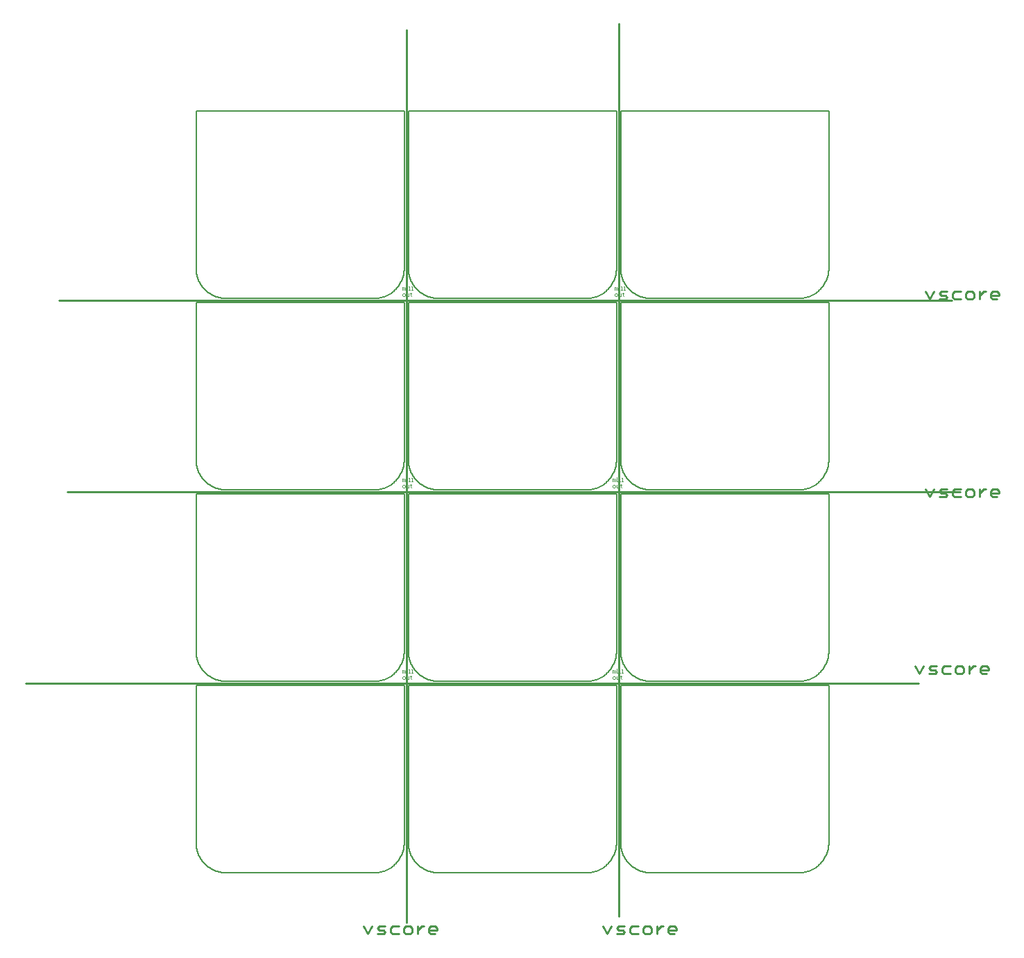
<source format=gko>
G75*
%MOIN*%
%OFA0B0*%
%FSLAX25Y25*%
%IPPOS*%
%LPD*%
%AMOC8*
5,1,8,0,0,1.08239X$1,22.5*
%
%ADD10C,0.00800*%
%ADD11C,0.01000*%
%ADD12C,0.01100*%
%ADD13C,0.00300*%
D10*
X0083500Y0048333D02*
X0083500Y0123333D01*
X0183500Y0123333D01*
X0183500Y0048333D01*
X0185500Y0048333D02*
X0185500Y0123333D01*
X0285500Y0123333D01*
X0285500Y0048333D01*
X0287500Y0048333D02*
X0287500Y0123333D01*
X0387500Y0123333D01*
X0387500Y0048333D01*
X0387500Y0048334D02*
X0387510Y0047984D01*
X0387510Y0047633D01*
X0387503Y0047283D01*
X0387486Y0046933D01*
X0387462Y0046584D01*
X0387429Y0046235D01*
X0387387Y0045887D01*
X0387337Y0045541D01*
X0387279Y0045195D01*
X0387212Y0044851D01*
X0387137Y0044509D01*
X0387054Y0044169D01*
X0386962Y0043831D01*
X0386863Y0043495D01*
X0386755Y0043162D01*
X0386639Y0042831D01*
X0386515Y0042504D01*
X0386383Y0042179D01*
X0386244Y0041858D01*
X0386097Y0041540D01*
X0385942Y0041226D01*
X0385779Y0040916D01*
X0385609Y0040609D01*
X0385432Y0040307D01*
X0385247Y0040010D01*
X0385055Y0039717D01*
X0384857Y0039428D01*
X0384651Y0039145D01*
X0384438Y0038866D01*
X0384219Y0038593D01*
X0383993Y0038326D01*
X0383761Y0038063D01*
X0383522Y0037807D01*
X0383278Y0037556D01*
X0383027Y0037312D01*
X0382771Y0037073D01*
X0382508Y0036841D01*
X0382241Y0036615D01*
X0381968Y0036396D01*
X0381689Y0036183D01*
X0381406Y0035977D01*
X0381117Y0035779D01*
X0380824Y0035587D01*
X0380527Y0035402D01*
X0380225Y0035225D01*
X0379918Y0035055D01*
X0379608Y0034892D01*
X0379294Y0034737D01*
X0378976Y0034590D01*
X0378655Y0034451D01*
X0378330Y0034319D01*
X0378003Y0034195D01*
X0377672Y0034079D01*
X0377339Y0033971D01*
X0377003Y0033872D01*
X0376665Y0033780D01*
X0376325Y0033697D01*
X0375983Y0033622D01*
X0375639Y0033555D01*
X0375293Y0033497D01*
X0374947Y0033447D01*
X0374599Y0033405D01*
X0374250Y0033372D01*
X0373901Y0033348D01*
X0373551Y0033331D01*
X0373201Y0033324D01*
X0372850Y0033324D01*
X0372500Y0033334D01*
X0372500Y0033333D02*
X0302500Y0033333D01*
X0302500Y0033334D02*
X0302150Y0033324D01*
X0301799Y0033324D01*
X0301449Y0033331D01*
X0301099Y0033348D01*
X0300750Y0033372D01*
X0300401Y0033405D01*
X0300053Y0033447D01*
X0299707Y0033497D01*
X0299361Y0033555D01*
X0299017Y0033622D01*
X0298675Y0033697D01*
X0298335Y0033780D01*
X0297997Y0033872D01*
X0297661Y0033971D01*
X0297328Y0034079D01*
X0296997Y0034195D01*
X0296670Y0034319D01*
X0296345Y0034451D01*
X0296024Y0034590D01*
X0295706Y0034737D01*
X0295392Y0034892D01*
X0295082Y0035055D01*
X0294775Y0035225D01*
X0294473Y0035402D01*
X0294176Y0035587D01*
X0293883Y0035779D01*
X0293594Y0035977D01*
X0293311Y0036183D01*
X0293032Y0036396D01*
X0292759Y0036615D01*
X0292492Y0036841D01*
X0292229Y0037073D01*
X0291973Y0037312D01*
X0291722Y0037556D01*
X0291478Y0037807D01*
X0291239Y0038063D01*
X0291007Y0038326D01*
X0290781Y0038593D01*
X0290562Y0038866D01*
X0290349Y0039145D01*
X0290143Y0039428D01*
X0289945Y0039717D01*
X0289753Y0040010D01*
X0289568Y0040307D01*
X0289391Y0040609D01*
X0289221Y0040916D01*
X0289058Y0041226D01*
X0288903Y0041540D01*
X0288756Y0041858D01*
X0288617Y0042179D01*
X0288485Y0042504D01*
X0288361Y0042831D01*
X0288245Y0043162D01*
X0288137Y0043495D01*
X0288038Y0043831D01*
X0287946Y0044169D01*
X0287863Y0044509D01*
X0287788Y0044851D01*
X0287721Y0045195D01*
X0287663Y0045541D01*
X0287613Y0045887D01*
X0287571Y0046235D01*
X0287538Y0046584D01*
X0287514Y0046933D01*
X0287497Y0047283D01*
X0287490Y0047633D01*
X0287490Y0047984D01*
X0287500Y0048334D01*
X0285500Y0048334D02*
X0285510Y0047984D01*
X0285510Y0047633D01*
X0285503Y0047283D01*
X0285486Y0046933D01*
X0285462Y0046584D01*
X0285429Y0046235D01*
X0285387Y0045887D01*
X0285337Y0045541D01*
X0285279Y0045195D01*
X0285212Y0044851D01*
X0285137Y0044509D01*
X0285054Y0044169D01*
X0284962Y0043831D01*
X0284863Y0043495D01*
X0284755Y0043162D01*
X0284639Y0042831D01*
X0284515Y0042504D01*
X0284383Y0042179D01*
X0284244Y0041858D01*
X0284097Y0041540D01*
X0283942Y0041226D01*
X0283779Y0040916D01*
X0283609Y0040609D01*
X0283432Y0040307D01*
X0283247Y0040010D01*
X0283055Y0039717D01*
X0282857Y0039428D01*
X0282651Y0039145D01*
X0282438Y0038866D01*
X0282219Y0038593D01*
X0281993Y0038326D01*
X0281761Y0038063D01*
X0281522Y0037807D01*
X0281278Y0037556D01*
X0281027Y0037312D01*
X0280771Y0037073D01*
X0280508Y0036841D01*
X0280241Y0036615D01*
X0279968Y0036396D01*
X0279689Y0036183D01*
X0279406Y0035977D01*
X0279117Y0035779D01*
X0278824Y0035587D01*
X0278527Y0035402D01*
X0278225Y0035225D01*
X0277918Y0035055D01*
X0277608Y0034892D01*
X0277294Y0034737D01*
X0276976Y0034590D01*
X0276655Y0034451D01*
X0276330Y0034319D01*
X0276003Y0034195D01*
X0275672Y0034079D01*
X0275339Y0033971D01*
X0275003Y0033872D01*
X0274665Y0033780D01*
X0274325Y0033697D01*
X0273983Y0033622D01*
X0273639Y0033555D01*
X0273293Y0033497D01*
X0272947Y0033447D01*
X0272599Y0033405D01*
X0272250Y0033372D01*
X0271901Y0033348D01*
X0271551Y0033331D01*
X0271201Y0033324D01*
X0270850Y0033324D01*
X0270500Y0033334D01*
X0270500Y0033333D02*
X0200500Y0033333D01*
X0200500Y0033334D02*
X0200150Y0033324D01*
X0199799Y0033324D01*
X0199449Y0033331D01*
X0199099Y0033348D01*
X0198750Y0033372D01*
X0198401Y0033405D01*
X0198053Y0033447D01*
X0197707Y0033497D01*
X0197361Y0033555D01*
X0197017Y0033622D01*
X0196675Y0033697D01*
X0196335Y0033780D01*
X0195997Y0033872D01*
X0195661Y0033971D01*
X0195328Y0034079D01*
X0194997Y0034195D01*
X0194670Y0034319D01*
X0194345Y0034451D01*
X0194024Y0034590D01*
X0193706Y0034737D01*
X0193392Y0034892D01*
X0193082Y0035055D01*
X0192775Y0035225D01*
X0192473Y0035402D01*
X0192176Y0035587D01*
X0191883Y0035779D01*
X0191594Y0035977D01*
X0191311Y0036183D01*
X0191032Y0036396D01*
X0190759Y0036615D01*
X0190492Y0036841D01*
X0190229Y0037073D01*
X0189973Y0037312D01*
X0189722Y0037556D01*
X0189478Y0037807D01*
X0189239Y0038063D01*
X0189007Y0038326D01*
X0188781Y0038593D01*
X0188562Y0038866D01*
X0188349Y0039145D01*
X0188143Y0039428D01*
X0187945Y0039717D01*
X0187753Y0040010D01*
X0187568Y0040307D01*
X0187391Y0040609D01*
X0187221Y0040916D01*
X0187058Y0041226D01*
X0186903Y0041540D01*
X0186756Y0041858D01*
X0186617Y0042179D01*
X0186485Y0042504D01*
X0186361Y0042831D01*
X0186245Y0043162D01*
X0186137Y0043495D01*
X0186038Y0043831D01*
X0185946Y0044169D01*
X0185863Y0044509D01*
X0185788Y0044851D01*
X0185721Y0045195D01*
X0185663Y0045541D01*
X0185613Y0045887D01*
X0185571Y0046235D01*
X0185538Y0046584D01*
X0185514Y0046933D01*
X0185497Y0047283D01*
X0185490Y0047633D01*
X0185490Y0047984D01*
X0185500Y0048334D01*
X0183500Y0048334D02*
X0183510Y0047984D01*
X0183510Y0047633D01*
X0183503Y0047283D01*
X0183486Y0046933D01*
X0183462Y0046584D01*
X0183429Y0046235D01*
X0183387Y0045887D01*
X0183337Y0045541D01*
X0183279Y0045195D01*
X0183212Y0044851D01*
X0183137Y0044509D01*
X0183054Y0044169D01*
X0182962Y0043831D01*
X0182863Y0043495D01*
X0182755Y0043162D01*
X0182639Y0042831D01*
X0182515Y0042504D01*
X0182383Y0042179D01*
X0182244Y0041858D01*
X0182097Y0041540D01*
X0181942Y0041226D01*
X0181779Y0040916D01*
X0181609Y0040609D01*
X0181432Y0040307D01*
X0181247Y0040010D01*
X0181055Y0039717D01*
X0180857Y0039428D01*
X0180651Y0039145D01*
X0180438Y0038866D01*
X0180219Y0038593D01*
X0179993Y0038326D01*
X0179761Y0038063D01*
X0179522Y0037807D01*
X0179278Y0037556D01*
X0179027Y0037312D01*
X0178771Y0037073D01*
X0178508Y0036841D01*
X0178241Y0036615D01*
X0177968Y0036396D01*
X0177689Y0036183D01*
X0177406Y0035977D01*
X0177117Y0035779D01*
X0176824Y0035587D01*
X0176527Y0035402D01*
X0176225Y0035225D01*
X0175918Y0035055D01*
X0175608Y0034892D01*
X0175294Y0034737D01*
X0174976Y0034590D01*
X0174655Y0034451D01*
X0174330Y0034319D01*
X0174003Y0034195D01*
X0173672Y0034079D01*
X0173339Y0033971D01*
X0173003Y0033872D01*
X0172665Y0033780D01*
X0172325Y0033697D01*
X0171983Y0033622D01*
X0171639Y0033555D01*
X0171293Y0033497D01*
X0170947Y0033447D01*
X0170599Y0033405D01*
X0170250Y0033372D01*
X0169901Y0033348D01*
X0169551Y0033331D01*
X0169201Y0033324D01*
X0168850Y0033324D01*
X0168500Y0033334D01*
X0168500Y0033333D02*
X0098500Y0033333D01*
X0098500Y0033334D02*
X0098150Y0033324D01*
X0097799Y0033324D01*
X0097449Y0033331D01*
X0097099Y0033348D01*
X0096750Y0033372D01*
X0096401Y0033405D01*
X0096053Y0033447D01*
X0095707Y0033497D01*
X0095361Y0033555D01*
X0095017Y0033622D01*
X0094675Y0033697D01*
X0094335Y0033780D01*
X0093997Y0033872D01*
X0093661Y0033971D01*
X0093328Y0034079D01*
X0092997Y0034195D01*
X0092670Y0034319D01*
X0092345Y0034451D01*
X0092024Y0034590D01*
X0091706Y0034737D01*
X0091392Y0034892D01*
X0091082Y0035055D01*
X0090775Y0035225D01*
X0090473Y0035402D01*
X0090176Y0035587D01*
X0089883Y0035779D01*
X0089594Y0035977D01*
X0089311Y0036183D01*
X0089032Y0036396D01*
X0088759Y0036615D01*
X0088492Y0036841D01*
X0088229Y0037073D01*
X0087973Y0037312D01*
X0087722Y0037556D01*
X0087478Y0037807D01*
X0087239Y0038063D01*
X0087007Y0038326D01*
X0086781Y0038593D01*
X0086562Y0038866D01*
X0086349Y0039145D01*
X0086143Y0039428D01*
X0085945Y0039717D01*
X0085753Y0040010D01*
X0085568Y0040307D01*
X0085391Y0040609D01*
X0085221Y0040916D01*
X0085058Y0041226D01*
X0084903Y0041540D01*
X0084756Y0041858D01*
X0084617Y0042179D01*
X0084485Y0042504D01*
X0084361Y0042831D01*
X0084245Y0043162D01*
X0084137Y0043495D01*
X0084038Y0043831D01*
X0083946Y0044169D01*
X0083863Y0044509D01*
X0083788Y0044851D01*
X0083721Y0045195D01*
X0083663Y0045541D01*
X0083613Y0045887D01*
X0083571Y0046235D01*
X0083538Y0046584D01*
X0083514Y0046933D01*
X0083497Y0047283D01*
X0083490Y0047633D01*
X0083490Y0047984D01*
X0083500Y0048334D01*
X0098500Y0125333D02*
X0168500Y0125333D01*
X0168500Y0125334D02*
X0168850Y0125324D01*
X0169201Y0125324D01*
X0169551Y0125331D01*
X0169901Y0125348D01*
X0170250Y0125372D01*
X0170599Y0125405D01*
X0170947Y0125447D01*
X0171293Y0125497D01*
X0171639Y0125555D01*
X0171983Y0125622D01*
X0172325Y0125697D01*
X0172665Y0125780D01*
X0173003Y0125872D01*
X0173339Y0125971D01*
X0173672Y0126079D01*
X0174003Y0126195D01*
X0174330Y0126319D01*
X0174655Y0126451D01*
X0174976Y0126590D01*
X0175294Y0126737D01*
X0175608Y0126892D01*
X0175918Y0127055D01*
X0176225Y0127225D01*
X0176527Y0127402D01*
X0176824Y0127587D01*
X0177117Y0127779D01*
X0177406Y0127977D01*
X0177689Y0128183D01*
X0177968Y0128396D01*
X0178241Y0128615D01*
X0178508Y0128841D01*
X0178771Y0129073D01*
X0179027Y0129312D01*
X0179278Y0129556D01*
X0179522Y0129807D01*
X0179761Y0130063D01*
X0179993Y0130326D01*
X0180219Y0130593D01*
X0180438Y0130866D01*
X0180651Y0131145D01*
X0180857Y0131428D01*
X0181055Y0131717D01*
X0181247Y0132010D01*
X0181432Y0132307D01*
X0181609Y0132609D01*
X0181779Y0132916D01*
X0181942Y0133226D01*
X0182097Y0133540D01*
X0182244Y0133858D01*
X0182383Y0134179D01*
X0182515Y0134504D01*
X0182639Y0134831D01*
X0182755Y0135162D01*
X0182863Y0135495D01*
X0182962Y0135831D01*
X0183054Y0136169D01*
X0183137Y0136509D01*
X0183212Y0136851D01*
X0183279Y0137195D01*
X0183337Y0137541D01*
X0183387Y0137887D01*
X0183429Y0138235D01*
X0183462Y0138584D01*
X0183486Y0138933D01*
X0183503Y0139283D01*
X0183510Y0139633D01*
X0183510Y0139984D01*
X0183500Y0140334D01*
X0183500Y0140333D02*
X0183500Y0215333D01*
X0083500Y0215333D01*
X0083500Y0140333D01*
X0083500Y0140334D02*
X0083490Y0139984D01*
X0083490Y0139633D01*
X0083497Y0139283D01*
X0083514Y0138933D01*
X0083538Y0138584D01*
X0083571Y0138235D01*
X0083613Y0137887D01*
X0083663Y0137541D01*
X0083721Y0137195D01*
X0083788Y0136851D01*
X0083863Y0136509D01*
X0083946Y0136169D01*
X0084038Y0135831D01*
X0084137Y0135495D01*
X0084245Y0135162D01*
X0084361Y0134831D01*
X0084485Y0134504D01*
X0084617Y0134179D01*
X0084756Y0133858D01*
X0084903Y0133540D01*
X0085058Y0133226D01*
X0085221Y0132916D01*
X0085391Y0132609D01*
X0085568Y0132307D01*
X0085753Y0132010D01*
X0085945Y0131717D01*
X0086143Y0131428D01*
X0086349Y0131145D01*
X0086562Y0130866D01*
X0086781Y0130593D01*
X0087007Y0130326D01*
X0087239Y0130063D01*
X0087478Y0129807D01*
X0087722Y0129556D01*
X0087973Y0129312D01*
X0088229Y0129073D01*
X0088492Y0128841D01*
X0088759Y0128615D01*
X0089032Y0128396D01*
X0089311Y0128183D01*
X0089594Y0127977D01*
X0089883Y0127779D01*
X0090176Y0127587D01*
X0090473Y0127402D01*
X0090775Y0127225D01*
X0091082Y0127055D01*
X0091392Y0126892D01*
X0091706Y0126737D01*
X0092024Y0126590D01*
X0092345Y0126451D01*
X0092670Y0126319D01*
X0092997Y0126195D01*
X0093328Y0126079D01*
X0093661Y0125971D01*
X0093997Y0125872D01*
X0094335Y0125780D01*
X0094675Y0125697D01*
X0095017Y0125622D01*
X0095361Y0125555D01*
X0095707Y0125497D01*
X0096053Y0125447D01*
X0096401Y0125405D01*
X0096750Y0125372D01*
X0097099Y0125348D01*
X0097449Y0125331D01*
X0097799Y0125324D01*
X0098150Y0125324D01*
X0098500Y0125334D01*
X0185500Y0140333D02*
X0185500Y0215333D01*
X0285500Y0215333D01*
X0285500Y0140333D01*
X0287500Y0140333D02*
X0287500Y0215333D01*
X0387500Y0215333D01*
X0387500Y0140333D01*
X0387500Y0140334D02*
X0387510Y0139984D01*
X0387510Y0139633D01*
X0387503Y0139283D01*
X0387486Y0138933D01*
X0387462Y0138584D01*
X0387429Y0138235D01*
X0387387Y0137887D01*
X0387337Y0137541D01*
X0387279Y0137195D01*
X0387212Y0136851D01*
X0387137Y0136509D01*
X0387054Y0136169D01*
X0386962Y0135831D01*
X0386863Y0135495D01*
X0386755Y0135162D01*
X0386639Y0134831D01*
X0386515Y0134504D01*
X0386383Y0134179D01*
X0386244Y0133858D01*
X0386097Y0133540D01*
X0385942Y0133226D01*
X0385779Y0132916D01*
X0385609Y0132609D01*
X0385432Y0132307D01*
X0385247Y0132010D01*
X0385055Y0131717D01*
X0384857Y0131428D01*
X0384651Y0131145D01*
X0384438Y0130866D01*
X0384219Y0130593D01*
X0383993Y0130326D01*
X0383761Y0130063D01*
X0383522Y0129807D01*
X0383278Y0129556D01*
X0383027Y0129312D01*
X0382771Y0129073D01*
X0382508Y0128841D01*
X0382241Y0128615D01*
X0381968Y0128396D01*
X0381689Y0128183D01*
X0381406Y0127977D01*
X0381117Y0127779D01*
X0380824Y0127587D01*
X0380527Y0127402D01*
X0380225Y0127225D01*
X0379918Y0127055D01*
X0379608Y0126892D01*
X0379294Y0126737D01*
X0378976Y0126590D01*
X0378655Y0126451D01*
X0378330Y0126319D01*
X0378003Y0126195D01*
X0377672Y0126079D01*
X0377339Y0125971D01*
X0377003Y0125872D01*
X0376665Y0125780D01*
X0376325Y0125697D01*
X0375983Y0125622D01*
X0375639Y0125555D01*
X0375293Y0125497D01*
X0374947Y0125447D01*
X0374599Y0125405D01*
X0374250Y0125372D01*
X0373901Y0125348D01*
X0373551Y0125331D01*
X0373201Y0125324D01*
X0372850Y0125324D01*
X0372500Y0125334D01*
X0372500Y0125333D02*
X0302500Y0125333D01*
X0302500Y0125334D02*
X0302150Y0125324D01*
X0301799Y0125324D01*
X0301449Y0125331D01*
X0301099Y0125348D01*
X0300750Y0125372D01*
X0300401Y0125405D01*
X0300053Y0125447D01*
X0299707Y0125497D01*
X0299361Y0125555D01*
X0299017Y0125622D01*
X0298675Y0125697D01*
X0298335Y0125780D01*
X0297997Y0125872D01*
X0297661Y0125971D01*
X0297328Y0126079D01*
X0296997Y0126195D01*
X0296670Y0126319D01*
X0296345Y0126451D01*
X0296024Y0126590D01*
X0295706Y0126737D01*
X0295392Y0126892D01*
X0295082Y0127055D01*
X0294775Y0127225D01*
X0294473Y0127402D01*
X0294176Y0127587D01*
X0293883Y0127779D01*
X0293594Y0127977D01*
X0293311Y0128183D01*
X0293032Y0128396D01*
X0292759Y0128615D01*
X0292492Y0128841D01*
X0292229Y0129073D01*
X0291973Y0129312D01*
X0291722Y0129556D01*
X0291478Y0129807D01*
X0291239Y0130063D01*
X0291007Y0130326D01*
X0290781Y0130593D01*
X0290562Y0130866D01*
X0290349Y0131145D01*
X0290143Y0131428D01*
X0289945Y0131717D01*
X0289753Y0132010D01*
X0289568Y0132307D01*
X0289391Y0132609D01*
X0289221Y0132916D01*
X0289058Y0133226D01*
X0288903Y0133540D01*
X0288756Y0133858D01*
X0288617Y0134179D01*
X0288485Y0134504D01*
X0288361Y0134831D01*
X0288245Y0135162D01*
X0288137Y0135495D01*
X0288038Y0135831D01*
X0287946Y0136169D01*
X0287863Y0136509D01*
X0287788Y0136851D01*
X0287721Y0137195D01*
X0287663Y0137541D01*
X0287613Y0137887D01*
X0287571Y0138235D01*
X0287538Y0138584D01*
X0287514Y0138933D01*
X0287497Y0139283D01*
X0287490Y0139633D01*
X0287490Y0139984D01*
X0287500Y0140334D01*
X0285500Y0140334D02*
X0285510Y0139984D01*
X0285510Y0139633D01*
X0285503Y0139283D01*
X0285486Y0138933D01*
X0285462Y0138584D01*
X0285429Y0138235D01*
X0285387Y0137887D01*
X0285337Y0137541D01*
X0285279Y0137195D01*
X0285212Y0136851D01*
X0285137Y0136509D01*
X0285054Y0136169D01*
X0284962Y0135831D01*
X0284863Y0135495D01*
X0284755Y0135162D01*
X0284639Y0134831D01*
X0284515Y0134504D01*
X0284383Y0134179D01*
X0284244Y0133858D01*
X0284097Y0133540D01*
X0283942Y0133226D01*
X0283779Y0132916D01*
X0283609Y0132609D01*
X0283432Y0132307D01*
X0283247Y0132010D01*
X0283055Y0131717D01*
X0282857Y0131428D01*
X0282651Y0131145D01*
X0282438Y0130866D01*
X0282219Y0130593D01*
X0281993Y0130326D01*
X0281761Y0130063D01*
X0281522Y0129807D01*
X0281278Y0129556D01*
X0281027Y0129312D01*
X0280771Y0129073D01*
X0280508Y0128841D01*
X0280241Y0128615D01*
X0279968Y0128396D01*
X0279689Y0128183D01*
X0279406Y0127977D01*
X0279117Y0127779D01*
X0278824Y0127587D01*
X0278527Y0127402D01*
X0278225Y0127225D01*
X0277918Y0127055D01*
X0277608Y0126892D01*
X0277294Y0126737D01*
X0276976Y0126590D01*
X0276655Y0126451D01*
X0276330Y0126319D01*
X0276003Y0126195D01*
X0275672Y0126079D01*
X0275339Y0125971D01*
X0275003Y0125872D01*
X0274665Y0125780D01*
X0274325Y0125697D01*
X0273983Y0125622D01*
X0273639Y0125555D01*
X0273293Y0125497D01*
X0272947Y0125447D01*
X0272599Y0125405D01*
X0272250Y0125372D01*
X0271901Y0125348D01*
X0271551Y0125331D01*
X0271201Y0125324D01*
X0270850Y0125324D01*
X0270500Y0125334D01*
X0270500Y0125333D02*
X0200500Y0125333D01*
X0200500Y0125334D02*
X0200150Y0125324D01*
X0199799Y0125324D01*
X0199449Y0125331D01*
X0199099Y0125348D01*
X0198750Y0125372D01*
X0198401Y0125405D01*
X0198053Y0125447D01*
X0197707Y0125497D01*
X0197361Y0125555D01*
X0197017Y0125622D01*
X0196675Y0125697D01*
X0196335Y0125780D01*
X0195997Y0125872D01*
X0195661Y0125971D01*
X0195328Y0126079D01*
X0194997Y0126195D01*
X0194670Y0126319D01*
X0194345Y0126451D01*
X0194024Y0126590D01*
X0193706Y0126737D01*
X0193392Y0126892D01*
X0193082Y0127055D01*
X0192775Y0127225D01*
X0192473Y0127402D01*
X0192176Y0127587D01*
X0191883Y0127779D01*
X0191594Y0127977D01*
X0191311Y0128183D01*
X0191032Y0128396D01*
X0190759Y0128615D01*
X0190492Y0128841D01*
X0190229Y0129073D01*
X0189973Y0129312D01*
X0189722Y0129556D01*
X0189478Y0129807D01*
X0189239Y0130063D01*
X0189007Y0130326D01*
X0188781Y0130593D01*
X0188562Y0130866D01*
X0188349Y0131145D01*
X0188143Y0131428D01*
X0187945Y0131717D01*
X0187753Y0132010D01*
X0187568Y0132307D01*
X0187391Y0132609D01*
X0187221Y0132916D01*
X0187058Y0133226D01*
X0186903Y0133540D01*
X0186756Y0133858D01*
X0186617Y0134179D01*
X0186485Y0134504D01*
X0186361Y0134831D01*
X0186245Y0135162D01*
X0186137Y0135495D01*
X0186038Y0135831D01*
X0185946Y0136169D01*
X0185863Y0136509D01*
X0185788Y0136851D01*
X0185721Y0137195D01*
X0185663Y0137541D01*
X0185613Y0137887D01*
X0185571Y0138235D01*
X0185538Y0138584D01*
X0185514Y0138933D01*
X0185497Y0139283D01*
X0185490Y0139633D01*
X0185490Y0139984D01*
X0185500Y0140334D01*
X0200500Y0217333D02*
X0270500Y0217333D01*
X0270500Y0217334D02*
X0270850Y0217324D01*
X0271201Y0217324D01*
X0271551Y0217331D01*
X0271901Y0217348D01*
X0272250Y0217372D01*
X0272599Y0217405D01*
X0272947Y0217447D01*
X0273293Y0217497D01*
X0273639Y0217555D01*
X0273983Y0217622D01*
X0274325Y0217697D01*
X0274665Y0217780D01*
X0275003Y0217872D01*
X0275339Y0217971D01*
X0275672Y0218079D01*
X0276003Y0218195D01*
X0276330Y0218319D01*
X0276655Y0218451D01*
X0276976Y0218590D01*
X0277294Y0218737D01*
X0277608Y0218892D01*
X0277918Y0219055D01*
X0278225Y0219225D01*
X0278527Y0219402D01*
X0278824Y0219587D01*
X0279117Y0219779D01*
X0279406Y0219977D01*
X0279689Y0220183D01*
X0279968Y0220396D01*
X0280241Y0220615D01*
X0280508Y0220841D01*
X0280771Y0221073D01*
X0281027Y0221312D01*
X0281278Y0221556D01*
X0281522Y0221807D01*
X0281761Y0222063D01*
X0281993Y0222326D01*
X0282219Y0222593D01*
X0282438Y0222866D01*
X0282651Y0223145D01*
X0282857Y0223428D01*
X0283055Y0223717D01*
X0283247Y0224010D01*
X0283432Y0224307D01*
X0283609Y0224609D01*
X0283779Y0224916D01*
X0283942Y0225226D01*
X0284097Y0225540D01*
X0284244Y0225858D01*
X0284383Y0226179D01*
X0284515Y0226504D01*
X0284639Y0226831D01*
X0284755Y0227162D01*
X0284863Y0227495D01*
X0284962Y0227831D01*
X0285054Y0228169D01*
X0285137Y0228509D01*
X0285212Y0228851D01*
X0285279Y0229195D01*
X0285337Y0229541D01*
X0285387Y0229887D01*
X0285429Y0230235D01*
X0285462Y0230584D01*
X0285486Y0230933D01*
X0285503Y0231283D01*
X0285510Y0231633D01*
X0285510Y0231984D01*
X0285500Y0232334D01*
X0285500Y0232333D02*
X0285500Y0307333D01*
X0185500Y0307333D01*
X0185500Y0232333D01*
X0183500Y0232333D02*
X0183500Y0307333D01*
X0083500Y0307333D01*
X0083500Y0232333D01*
X0083500Y0232334D02*
X0083490Y0231984D01*
X0083490Y0231633D01*
X0083497Y0231283D01*
X0083514Y0230933D01*
X0083538Y0230584D01*
X0083571Y0230235D01*
X0083613Y0229887D01*
X0083663Y0229541D01*
X0083721Y0229195D01*
X0083788Y0228851D01*
X0083863Y0228509D01*
X0083946Y0228169D01*
X0084038Y0227831D01*
X0084137Y0227495D01*
X0084245Y0227162D01*
X0084361Y0226831D01*
X0084485Y0226504D01*
X0084617Y0226179D01*
X0084756Y0225858D01*
X0084903Y0225540D01*
X0085058Y0225226D01*
X0085221Y0224916D01*
X0085391Y0224609D01*
X0085568Y0224307D01*
X0085753Y0224010D01*
X0085945Y0223717D01*
X0086143Y0223428D01*
X0086349Y0223145D01*
X0086562Y0222866D01*
X0086781Y0222593D01*
X0087007Y0222326D01*
X0087239Y0222063D01*
X0087478Y0221807D01*
X0087722Y0221556D01*
X0087973Y0221312D01*
X0088229Y0221073D01*
X0088492Y0220841D01*
X0088759Y0220615D01*
X0089032Y0220396D01*
X0089311Y0220183D01*
X0089594Y0219977D01*
X0089883Y0219779D01*
X0090176Y0219587D01*
X0090473Y0219402D01*
X0090775Y0219225D01*
X0091082Y0219055D01*
X0091392Y0218892D01*
X0091706Y0218737D01*
X0092024Y0218590D01*
X0092345Y0218451D01*
X0092670Y0218319D01*
X0092997Y0218195D01*
X0093328Y0218079D01*
X0093661Y0217971D01*
X0093997Y0217872D01*
X0094335Y0217780D01*
X0094675Y0217697D01*
X0095017Y0217622D01*
X0095361Y0217555D01*
X0095707Y0217497D01*
X0096053Y0217447D01*
X0096401Y0217405D01*
X0096750Y0217372D01*
X0097099Y0217348D01*
X0097449Y0217331D01*
X0097799Y0217324D01*
X0098150Y0217324D01*
X0098500Y0217334D01*
X0098500Y0217333D02*
X0168500Y0217333D01*
X0168500Y0217334D02*
X0168850Y0217324D01*
X0169201Y0217324D01*
X0169551Y0217331D01*
X0169901Y0217348D01*
X0170250Y0217372D01*
X0170599Y0217405D01*
X0170947Y0217447D01*
X0171293Y0217497D01*
X0171639Y0217555D01*
X0171983Y0217622D01*
X0172325Y0217697D01*
X0172665Y0217780D01*
X0173003Y0217872D01*
X0173339Y0217971D01*
X0173672Y0218079D01*
X0174003Y0218195D01*
X0174330Y0218319D01*
X0174655Y0218451D01*
X0174976Y0218590D01*
X0175294Y0218737D01*
X0175608Y0218892D01*
X0175918Y0219055D01*
X0176225Y0219225D01*
X0176527Y0219402D01*
X0176824Y0219587D01*
X0177117Y0219779D01*
X0177406Y0219977D01*
X0177689Y0220183D01*
X0177968Y0220396D01*
X0178241Y0220615D01*
X0178508Y0220841D01*
X0178771Y0221073D01*
X0179027Y0221312D01*
X0179278Y0221556D01*
X0179522Y0221807D01*
X0179761Y0222063D01*
X0179993Y0222326D01*
X0180219Y0222593D01*
X0180438Y0222866D01*
X0180651Y0223145D01*
X0180857Y0223428D01*
X0181055Y0223717D01*
X0181247Y0224010D01*
X0181432Y0224307D01*
X0181609Y0224609D01*
X0181779Y0224916D01*
X0181942Y0225226D01*
X0182097Y0225540D01*
X0182244Y0225858D01*
X0182383Y0226179D01*
X0182515Y0226504D01*
X0182639Y0226831D01*
X0182755Y0227162D01*
X0182863Y0227495D01*
X0182962Y0227831D01*
X0183054Y0228169D01*
X0183137Y0228509D01*
X0183212Y0228851D01*
X0183279Y0229195D01*
X0183337Y0229541D01*
X0183387Y0229887D01*
X0183429Y0230235D01*
X0183462Y0230584D01*
X0183486Y0230933D01*
X0183503Y0231283D01*
X0183510Y0231633D01*
X0183510Y0231984D01*
X0183500Y0232334D01*
X0185500Y0232334D02*
X0185490Y0231984D01*
X0185490Y0231633D01*
X0185497Y0231283D01*
X0185514Y0230933D01*
X0185538Y0230584D01*
X0185571Y0230235D01*
X0185613Y0229887D01*
X0185663Y0229541D01*
X0185721Y0229195D01*
X0185788Y0228851D01*
X0185863Y0228509D01*
X0185946Y0228169D01*
X0186038Y0227831D01*
X0186137Y0227495D01*
X0186245Y0227162D01*
X0186361Y0226831D01*
X0186485Y0226504D01*
X0186617Y0226179D01*
X0186756Y0225858D01*
X0186903Y0225540D01*
X0187058Y0225226D01*
X0187221Y0224916D01*
X0187391Y0224609D01*
X0187568Y0224307D01*
X0187753Y0224010D01*
X0187945Y0223717D01*
X0188143Y0223428D01*
X0188349Y0223145D01*
X0188562Y0222866D01*
X0188781Y0222593D01*
X0189007Y0222326D01*
X0189239Y0222063D01*
X0189478Y0221807D01*
X0189722Y0221556D01*
X0189973Y0221312D01*
X0190229Y0221073D01*
X0190492Y0220841D01*
X0190759Y0220615D01*
X0191032Y0220396D01*
X0191311Y0220183D01*
X0191594Y0219977D01*
X0191883Y0219779D01*
X0192176Y0219587D01*
X0192473Y0219402D01*
X0192775Y0219225D01*
X0193082Y0219055D01*
X0193392Y0218892D01*
X0193706Y0218737D01*
X0194024Y0218590D01*
X0194345Y0218451D01*
X0194670Y0218319D01*
X0194997Y0218195D01*
X0195328Y0218079D01*
X0195661Y0217971D01*
X0195997Y0217872D01*
X0196335Y0217780D01*
X0196675Y0217697D01*
X0197017Y0217622D01*
X0197361Y0217555D01*
X0197707Y0217497D01*
X0198053Y0217447D01*
X0198401Y0217405D01*
X0198750Y0217372D01*
X0199099Y0217348D01*
X0199449Y0217331D01*
X0199799Y0217324D01*
X0200150Y0217324D01*
X0200500Y0217334D01*
X0287500Y0232333D02*
X0287500Y0307333D01*
X0387500Y0307333D01*
X0387500Y0232333D01*
X0387500Y0232334D02*
X0387510Y0231984D01*
X0387510Y0231633D01*
X0387503Y0231283D01*
X0387486Y0230933D01*
X0387462Y0230584D01*
X0387429Y0230235D01*
X0387387Y0229887D01*
X0387337Y0229541D01*
X0387279Y0229195D01*
X0387212Y0228851D01*
X0387137Y0228509D01*
X0387054Y0228169D01*
X0386962Y0227831D01*
X0386863Y0227495D01*
X0386755Y0227162D01*
X0386639Y0226831D01*
X0386515Y0226504D01*
X0386383Y0226179D01*
X0386244Y0225858D01*
X0386097Y0225540D01*
X0385942Y0225226D01*
X0385779Y0224916D01*
X0385609Y0224609D01*
X0385432Y0224307D01*
X0385247Y0224010D01*
X0385055Y0223717D01*
X0384857Y0223428D01*
X0384651Y0223145D01*
X0384438Y0222866D01*
X0384219Y0222593D01*
X0383993Y0222326D01*
X0383761Y0222063D01*
X0383522Y0221807D01*
X0383278Y0221556D01*
X0383027Y0221312D01*
X0382771Y0221073D01*
X0382508Y0220841D01*
X0382241Y0220615D01*
X0381968Y0220396D01*
X0381689Y0220183D01*
X0381406Y0219977D01*
X0381117Y0219779D01*
X0380824Y0219587D01*
X0380527Y0219402D01*
X0380225Y0219225D01*
X0379918Y0219055D01*
X0379608Y0218892D01*
X0379294Y0218737D01*
X0378976Y0218590D01*
X0378655Y0218451D01*
X0378330Y0218319D01*
X0378003Y0218195D01*
X0377672Y0218079D01*
X0377339Y0217971D01*
X0377003Y0217872D01*
X0376665Y0217780D01*
X0376325Y0217697D01*
X0375983Y0217622D01*
X0375639Y0217555D01*
X0375293Y0217497D01*
X0374947Y0217447D01*
X0374599Y0217405D01*
X0374250Y0217372D01*
X0373901Y0217348D01*
X0373551Y0217331D01*
X0373201Y0217324D01*
X0372850Y0217324D01*
X0372500Y0217334D01*
X0372500Y0217333D02*
X0302500Y0217333D01*
X0302500Y0217334D02*
X0302150Y0217324D01*
X0301799Y0217324D01*
X0301449Y0217331D01*
X0301099Y0217348D01*
X0300750Y0217372D01*
X0300401Y0217405D01*
X0300053Y0217447D01*
X0299707Y0217497D01*
X0299361Y0217555D01*
X0299017Y0217622D01*
X0298675Y0217697D01*
X0298335Y0217780D01*
X0297997Y0217872D01*
X0297661Y0217971D01*
X0297328Y0218079D01*
X0296997Y0218195D01*
X0296670Y0218319D01*
X0296345Y0218451D01*
X0296024Y0218590D01*
X0295706Y0218737D01*
X0295392Y0218892D01*
X0295082Y0219055D01*
X0294775Y0219225D01*
X0294473Y0219402D01*
X0294176Y0219587D01*
X0293883Y0219779D01*
X0293594Y0219977D01*
X0293311Y0220183D01*
X0293032Y0220396D01*
X0292759Y0220615D01*
X0292492Y0220841D01*
X0292229Y0221073D01*
X0291973Y0221312D01*
X0291722Y0221556D01*
X0291478Y0221807D01*
X0291239Y0222063D01*
X0291007Y0222326D01*
X0290781Y0222593D01*
X0290562Y0222866D01*
X0290349Y0223145D01*
X0290143Y0223428D01*
X0289945Y0223717D01*
X0289753Y0224010D01*
X0289568Y0224307D01*
X0289391Y0224609D01*
X0289221Y0224916D01*
X0289058Y0225226D01*
X0288903Y0225540D01*
X0288756Y0225858D01*
X0288617Y0226179D01*
X0288485Y0226504D01*
X0288361Y0226831D01*
X0288245Y0227162D01*
X0288137Y0227495D01*
X0288038Y0227831D01*
X0287946Y0228169D01*
X0287863Y0228509D01*
X0287788Y0228851D01*
X0287721Y0229195D01*
X0287663Y0229541D01*
X0287613Y0229887D01*
X0287571Y0230235D01*
X0287538Y0230584D01*
X0287514Y0230933D01*
X0287497Y0231283D01*
X0287490Y0231633D01*
X0287490Y0231984D01*
X0287500Y0232334D01*
X0302500Y0309333D02*
X0372500Y0309333D01*
X0372500Y0309334D02*
X0372850Y0309324D01*
X0373201Y0309324D01*
X0373551Y0309331D01*
X0373901Y0309348D01*
X0374250Y0309372D01*
X0374599Y0309405D01*
X0374947Y0309447D01*
X0375293Y0309497D01*
X0375639Y0309555D01*
X0375983Y0309622D01*
X0376325Y0309697D01*
X0376665Y0309780D01*
X0377003Y0309872D01*
X0377339Y0309971D01*
X0377672Y0310079D01*
X0378003Y0310195D01*
X0378330Y0310319D01*
X0378655Y0310451D01*
X0378976Y0310590D01*
X0379294Y0310737D01*
X0379608Y0310892D01*
X0379918Y0311055D01*
X0380225Y0311225D01*
X0380527Y0311402D01*
X0380824Y0311587D01*
X0381117Y0311779D01*
X0381406Y0311977D01*
X0381689Y0312183D01*
X0381968Y0312396D01*
X0382241Y0312615D01*
X0382508Y0312841D01*
X0382771Y0313073D01*
X0383027Y0313312D01*
X0383278Y0313556D01*
X0383522Y0313807D01*
X0383761Y0314063D01*
X0383993Y0314326D01*
X0384219Y0314593D01*
X0384438Y0314866D01*
X0384651Y0315145D01*
X0384857Y0315428D01*
X0385055Y0315717D01*
X0385247Y0316010D01*
X0385432Y0316307D01*
X0385609Y0316609D01*
X0385779Y0316916D01*
X0385942Y0317226D01*
X0386097Y0317540D01*
X0386244Y0317858D01*
X0386383Y0318179D01*
X0386515Y0318504D01*
X0386639Y0318831D01*
X0386755Y0319162D01*
X0386863Y0319495D01*
X0386962Y0319831D01*
X0387054Y0320169D01*
X0387137Y0320509D01*
X0387212Y0320851D01*
X0387279Y0321195D01*
X0387337Y0321541D01*
X0387387Y0321887D01*
X0387429Y0322235D01*
X0387462Y0322584D01*
X0387486Y0322933D01*
X0387503Y0323283D01*
X0387510Y0323633D01*
X0387510Y0323984D01*
X0387500Y0324334D01*
X0387500Y0324333D02*
X0387500Y0399333D01*
X0287500Y0399333D01*
X0287500Y0324333D01*
X0285500Y0324333D02*
X0285500Y0399333D01*
X0185500Y0399333D01*
X0185500Y0324333D01*
X0183500Y0324333D02*
X0183500Y0399333D01*
X0083500Y0399333D01*
X0083500Y0324333D01*
X0083500Y0324334D02*
X0083490Y0323984D01*
X0083490Y0323633D01*
X0083497Y0323283D01*
X0083514Y0322933D01*
X0083538Y0322584D01*
X0083571Y0322235D01*
X0083613Y0321887D01*
X0083663Y0321541D01*
X0083721Y0321195D01*
X0083788Y0320851D01*
X0083863Y0320509D01*
X0083946Y0320169D01*
X0084038Y0319831D01*
X0084137Y0319495D01*
X0084245Y0319162D01*
X0084361Y0318831D01*
X0084485Y0318504D01*
X0084617Y0318179D01*
X0084756Y0317858D01*
X0084903Y0317540D01*
X0085058Y0317226D01*
X0085221Y0316916D01*
X0085391Y0316609D01*
X0085568Y0316307D01*
X0085753Y0316010D01*
X0085945Y0315717D01*
X0086143Y0315428D01*
X0086349Y0315145D01*
X0086562Y0314866D01*
X0086781Y0314593D01*
X0087007Y0314326D01*
X0087239Y0314063D01*
X0087478Y0313807D01*
X0087722Y0313556D01*
X0087973Y0313312D01*
X0088229Y0313073D01*
X0088492Y0312841D01*
X0088759Y0312615D01*
X0089032Y0312396D01*
X0089311Y0312183D01*
X0089594Y0311977D01*
X0089883Y0311779D01*
X0090176Y0311587D01*
X0090473Y0311402D01*
X0090775Y0311225D01*
X0091082Y0311055D01*
X0091392Y0310892D01*
X0091706Y0310737D01*
X0092024Y0310590D01*
X0092345Y0310451D01*
X0092670Y0310319D01*
X0092997Y0310195D01*
X0093328Y0310079D01*
X0093661Y0309971D01*
X0093997Y0309872D01*
X0094335Y0309780D01*
X0094675Y0309697D01*
X0095017Y0309622D01*
X0095361Y0309555D01*
X0095707Y0309497D01*
X0096053Y0309447D01*
X0096401Y0309405D01*
X0096750Y0309372D01*
X0097099Y0309348D01*
X0097449Y0309331D01*
X0097799Y0309324D01*
X0098150Y0309324D01*
X0098500Y0309334D01*
X0098500Y0309333D02*
X0168500Y0309333D01*
X0168500Y0309334D02*
X0168850Y0309324D01*
X0169201Y0309324D01*
X0169551Y0309331D01*
X0169901Y0309348D01*
X0170250Y0309372D01*
X0170599Y0309405D01*
X0170947Y0309447D01*
X0171293Y0309497D01*
X0171639Y0309555D01*
X0171983Y0309622D01*
X0172325Y0309697D01*
X0172665Y0309780D01*
X0173003Y0309872D01*
X0173339Y0309971D01*
X0173672Y0310079D01*
X0174003Y0310195D01*
X0174330Y0310319D01*
X0174655Y0310451D01*
X0174976Y0310590D01*
X0175294Y0310737D01*
X0175608Y0310892D01*
X0175918Y0311055D01*
X0176225Y0311225D01*
X0176527Y0311402D01*
X0176824Y0311587D01*
X0177117Y0311779D01*
X0177406Y0311977D01*
X0177689Y0312183D01*
X0177968Y0312396D01*
X0178241Y0312615D01*
X0178508Y0312841D01*
X0178771Y0313073D01*
X0179027Y0313312D01*
X0179278Y0313556D01*
X0179522Y0313807D01*
X0179761Y0314063D01*
X0179993Y0314326D01*
X0180219Y0314593D01*
X0180438Y0314866D01*
X0180651Y0315145D01*
X0180857Y0315428D01*
X0181055Y0315717D01*
X0181247Y0316010D01*
X0181432Y0316307D01*
X0181609Y0316609D01*
X0181779Y0316916D01*
X0181942Y0317226D01*
X0182097Y0317540D01*
X0182244Y0317858D01*
X0182383Y0318179D01*
X0182515Y0318504D01*
X0182639Y0318831D01*
X0182755Y0319162D01*
X0182863Y0319495D01*
X0182962Y0319831D01*
X0183054Y0320169D01*
X0183137Y0320509D01*
X0183212Y0320851D01*
X0183279Y0321195D01*
X0183337Y0321541D01*
X0183387Y0321887D01*
X0183429Y0322235D01*
X0183462Y0322584D01*
X0183486Y0322933D01*
X0183503Y0323283D01*
X0183510Y0323633D01*
X0183510Y0323984D01*
X0183500Y0324334D01*
X0185500Y0324334D02*
X0185490Y0323984D01*
X0185490Y0323633D01*
X0185497Y0323283D01*
X0185514Y0322933D01*
X0185538Y0322584D01*
X0185571Y0322235D01*
X0185613Y0321887D01*
X0185663Y0321541D01*
X0185721Y0321195D01*
X0185788Y0320851D01*
X0185863Y0320509D01*
X0185946Y0320169D01*
X0186038Y0319831D01*
X0186137Y0319495D01*
X0186245Y0319162D01*
X0186361Y0318831D01*
X0186485Y0318504D01*
X0186617Y0318179D01*
X0186756Y0317858D01*
X0186903Y0317540D01*
X0187058Y0317226D01*
X0187221Y0316916D01*
X0187391Y0316609D01*
X0187568Y0316307D01*
X0187753Y0316010D01*
X0187945Y0315717D01*
X0188143Y0315428D01*
X0188349Y0315145D01*
X0188562Y0314866D01*
X0188781Y0314593D01*
X0189007Y0314326D01*
X0189239Y0314063D01*
X0189478Y0313807D01*
X0189722Y0313556D01*
X0189973Y0313312D01*
X0190229Y0313073D01*
X0190492Y0312841D01*
X0190759Y0312615D01*
X0191032Y0312396D01*
X0191311Y0312183D01*
X0191594Y0311977D01*
X0191883Y0311779D01*
X0192176Y0311587D01*
X0192473Y0311402D01*
X0192775Y0311225D01*
X0193082Y0311055D01*
X0193392Y0310892D01*
X0193706Y0310737D01*
X0194024Y0310590D01*
X0194345Y0310451D01*
X0194670Y0310319D01*
X0194997Y0310195D01*
X0195328Y0310079D01*
X0195661Y0309971D01*
X0195997Y0309872D01*
X0196335Y0309780D01*
X0196675Y0309697D01*
X0197017Y0309622D01*
X0197361Y0309555D01*
X0197707Y0309497D01*
X0198053Y0309447D01*
X0198401Y0309405D01*
X0198750Y0309372D01*
X0199099Y0309348D01*
X0199449Y0309331D01*
X0199799Y0309324D01*
X0200150Y0309324D01*
X0200500Y0309334D01*
X0200500Y0309333D02*
X0270500Y0309333D01*
X0270500Y0309334D02*
X0270850Y0309324D01*
X0271201Y0309324D01*
X0271551Y0309331D01*
X0271901Y0309348D01*
X0272250Y0309372D01*
X0272599Y0309405D01*
X0272947Y0309447D01*
X0273293Y0309497D01*
X0273639Y0309555D01*
X0273983Y0309622D01*
X0274325Y0309697D01*
X0274665Y0309780D01*
X0275003Y0309872D01*
X0275339Y0309971D01*
X0275672Y0310079D01*
X0276003Y0310195D01*
X0276330Y0310319D01*
X0276655Y0310451D01*
X0276976Y0310590D01*
X0277294Y0310737D01*
X0277608Y0310892D01*
X0277918Y0311055D01*
X0278225Y0311225D01*
X0278527Y0311402D01*
X0278824Y0311587D01*
X0279117Y0311779D01*
X0279406Y0311977D01*
X0279689Y0312183D01*
X0279968Y0312396D01*
X0280241Y0312615D01*
X0280508Y0312841D01*
X0280771Y0313073D01*
X0281027Y0313312D01*
X0281278Y0313556D01*
X0281522Y0313807D01*
X0281761Y0314063D01*
X0281993Y0314326D01*
X0282219Y0314593D01*
X0282438Y0314866D01*
X0282651Y0315145D01*
X0282857Y0315428D01*
X0283055Y0315717D01*
X0283247Y0316010D01*
X0283432Y0316307D01*
X0283609Y0316609D01*
X0283779Y0316916D01*
X0283942Y0317226D01*
X0284097Y0317540D01*
X0284244Y0317858D01*
X0284383Y0318179D01*
X0284515Y0318504D01*
X0284639Y0318831D01*
X0284755Y0319162D01*
X0284863Y0319495D01*
X0284962Y0319831D01*
X0285054Y0320169D01*
X0285137Y0320509D01*
X0285212Y0320851D01*
X0285279Y0321195D01*
X0285337Y0321541D01*
X0285387Y0321887D01*
X0285429Y0322235D01*
X0285462Y0322584D01*
X0285486Y0322933D01*
X0285503Y0323283D01*
X0285510Y0323633D01*
X0285510Y0323984D01*
X0285500Y0324334D01*
X0287500Y0324334D02*
X0287490Y0323984D01*
X0287490Y0323633D01*
X0287497Y0323283D01*
X0287514Y0322933D01*
X0287538Y0322584D01*
X0287571Y0322235D01*
X0287613Y0321887D01*
X0287663Y0321541D01*
X0287721Y0321195D01*
X0287788Y0320851D01*
X0287863Y0320509D01*
X0287946Y0320169D01*
X0288038Y0319831D01*
X0288137Y0319495D01*
X0288245Y0319162D01*
X0288361Y0318831D01*
X0288485Y0318504D01*
X0288617Y0318179D01*
X0288756Y0317858D01*
X0288903Y0317540D01*
X0289058Y0317226D01*
X0289221Y0316916D01*
X0289391Y0316609D01*
X0289568Y0316307D01*
X0289753Y0316010D01*
X0289945Y0315717D01*
X0290143Y0315428D01*
X0290349Y0315145D01*
X0290562Y0314866D01*
X0290781Y0314593D01*
X0291007Y0314326D01*
X0291239Y0314063D01*
X0291478Y0313807D01*
X0291722Y0313556D01*
X0291973Y0313312D01*
X0292229Y0313073D01*
X0292492Y0312841D01*
X0292759Y0312615D01*
X0293032Y0312396D01*
X0293311Y0312183D01*
X0293594Y0311977D01*
X0293883Y0311779D01*
X0294176Y0311587D01*
X0294473Y0311402D01*
X0294775Y0311225D01*
X0295082Y0311055D01*
X0295392Y0310892D01*
X0295706Y0310737D01*
X0296024Y0310590D01*
X0296345Y0310451D01*
X0296670Y0310319D01*
X0296997Y0310195D01*
X0297328Y0310079D01*
X0297661Y0309971D01*
X0297997Y0309872D01*
X0298335Y0309780D01*
X0298675Y0309697D01*
X0299017Y0309622D01*
X0299361Y0309555D01*
X0299707Y0309497D01*
X0300053Y0309447D01*
X0300401Y0309405D01*
X0300750Y0309372D01*
X0301099Y0309348D01*
X0301449Y0309331D01*
X0301799Y0309324D01*
X0302150Y0309324D01*
X0302500Y0309334D01*
D11*
X0184500Y0438333D02*
X0184500Y0009333D01*
X0286500Y0012333D02*
X0286500Y0441333D01*
X0446500Y0308333D02*
X0017500Y0308333D01*
X0021500Y0216333D02*
X0450500Y0216333D01*
X0430500Y0124333D02*
X0001500Y0124333D01*
D12*
X0164050Y0007820D02*
X0166018Y0003883D01*
X0167987Y0007820D01*
X0170495Y0006836D02*
X0171480Y0007820D01*
X0174432Y0007820D01*
X0173448Y0005852D02*
X0171480Y0005852D01*
X0170495Y0006836D01*
X0170495Y0003883D02*
X0173448Y0003883D01*
X0174432Y0004867D01*
X0173448Y0005852D01*
X0176941Y0006836D02*
X0176941Y0004867D01*
X0177925Y0003883D01*
X0180878Y0003883D01*
X0183386Y0004867D02*
X0184371Y0003883D01*
X0186339Y0003883D01*
X0187323Y0004867D01*
X0187323Y0006836D01*
X0186339Y0007820D01*
X0184371Y0007820D01*
X0183386Y0006836D01*
X0183386Y0004867D01*
X0180878Y0007820D02*
X0177925Y0007820D01*
X0176941Y0006836D01*
X0189832Y0007820D02*
X0189832Y0003883D01*
X0189832Y0005852D02*
X0191800Y0007820D01*
X0192785Y0007820D01*
X0195203Y0006836D02*
X0196187Y0007820D01*
X0198156Y0007820D01*
X0199140Y0006836D01*
X0199140Y0005852D01*
X0195203Y0005852D01*
X0195203Y0006836D02*
X0195203Y0004867D01*
X0196187Y0003883D01*
X0198156Y0003883D01*
X0279050Y0007820D02*
X0281018Y0003883D01*
X0282987Y0007820D01*
X0285495Y0006836D02*
X0286480Y0007820D01*
X0289432Y0007820D01*
X0288448Y0005852D02*
X0289432Y0004867D01*
X0288448Y0003883D01*
X0285495Y0003883D01*
X0286480Y0005852D02*
X0285495Y0006836D01*
X0286480Y0005852D02*
X0288448Y0005852D01*
X0291941Y0006836D02*
X0291941Y0004867D01*
X0292925Y0003883D01*
X0295878Y0003883D01*
X0298386Y0004867D02*
X0299371Y0003883D01*
X0301339Y0003883D01*
X0302323Y0004867D01*
X0302323Y0006836D01*
X0301339Y0007820D01*
X0299371Y0007820D01*
X0298386Y0006836D01*
X0298386Y0004867D01*
X0295878Y0007820D02*
X0292925Y0007820D01*
X0291941Y0006836D01*
X0304832Y0007820D02*
X0304832Y0003883D01*
X0304832Y0005852D02*
X0306800Y0007820D01*
X0307785Y0007820D01*
X0310203Y0006836D02*
X0311187Y0007820D01*
X0313156Y0007820D01*
X0314140Y0006836D01*
X0314140Y0005852D01*
X0310203Y0005852D01*
X0310203Y0006836D02*
X0310203Y0004867D01*
X0311187Y0003883D01*
X0313156Y0003883D01*
X0431018Y0128883D02*
X0432987Y0132820D01*
X0435495Y0131836D02*
X0436480Y0132820D01*
X0439432Y0132820D01*
X0438448Y0130852D02*
X0436480Y0130852D01*
X0435495Y0131836D01*
X0435495Y0128883D02*
X0438448Y0128883D01*
X0439432Y0129867D01*
X0438448Y0130852D01*
X0441941Y0131836D02*
X0441941Y0129867D01*
X0442925Y0128883D01*
X0445878Y0128883D01*
X0448386Y0129867D02*
X0449371Y0128883D01*
X0451339Y0128883D01*
X0452323Y0129867D01*
X0452323Y0131836D01*
X0451339Y0132820D01*
X0449371Y0132820D01*
X0448386Y0131836D01*
X0448386Y0129867D01*
X0445878Y0132820D02*
X0442925Y0132820D01*
X0441941Y0131836D01*
X0454832Y0132820D02*
X0454832Y0128883D01*
X0454832Y0130852D02*
X0456800Y0132820D01*
X0457785Y0132820D01*
X0460203Y0131836D02*
X0461187Y0132820D01*
X0463156Y0132820D01*
X0464140Y0131836D01*
X0464140Y0130852D01*
X0460203Y0130852D01*
X0460203Y0131836D02*
X0460203Y0129867D01*
X0461187Y0128883D01*
X0463156Y0128883D01*
X0431018Y0128883D02*
X0429050Y0132820D01*
X0436018Y0213883D02*
X0437987Y0217820D01*
X0440495Y0216836D02*
X0441480Y0217820D01*
X0444432Y0217820D01*
X0443448Y0215852D02*
X0441480Y0215852D01*
X0440495Y0216836D01*
X0440495Y0213883D02*
X0443448Y0213883D01*
X0444432Y0214867D01*
X0443448Y0215852D01*
X0446941Y0216836D02*
X0447925Y0217820D01*
X0450878Y0217820D01*
X0453386Y0216836D02*
X0454371Y0217820D01*
X0456339Y0217820D01*
X0457323Y0216836D01*
X0457323Y0214867D01*
X0456339Y0213883D01*
X0454371Y0213883D01*
X0453386Y0214867D01*
X0453386Y0216836D01*
X0450878Y0213883D02*
X0447925Y0213883D01*
X0446941Y0214867D01*
X0446941Y0216836D01*
X0459832Y0217820D02*
X0459832Y0213883D01*
X0459832Y0215852D02*
X0461800Y0217820D01*
X0462785Y0217820D01*
X0465203Y0216836D02*
X0466187Y0217820D01*
X0468156Y0217820D01*
X0469140Y0216836D01*
X0469140Y0215852D01*
X0465203Y0215852D01*
X0465203Y0216836D02*
X0465203Y0214867D01*
X0466187Y0213883D01*
X0468156Y0213883D01*
X0436018Y0213883D02*
X0434050Y0217820D01*
X0436018Y0308883D02*
X0437987Y0312820D01*
X0440495Y0311836D02*
X0441480Y0312820D01*
X0444432Y0312820D01*
X0443448Y0310852D02*
X0441480Y0310852D01*
X0440495Y0311836D01*
X0440495Y0308883D02*
X0443448Y0308883D01*
X0444432Y0309867D01*
X0443448Y0310852D01*
X0446941Y0311836D02*
X0446941Y0309867D01*
X0447925Y0308883D01*
X0450878Y0308883D01*
X0453386Y0309867D02*
X0454371Y0308883D01*
X0456339Y0308883D01*
X0457323Y0309867D01*
X0457323Y0311836D01*
X0456339Y0312820D01*
X0454371Y0312820D01*
X0453386Y0311836D01*
X0453386Y0309867D01*
X0450878Y0312820D02*
X0447925Y0312820D01*
X0446941Y0311836D01*
X0459832Y0312820D02*
X0459832Y0308883D01*
X0459832Y0310852D02*
X0461800Y0312820D01*
X0462785Y0312820D01*
X0465203Y0311836D02*
X0465203Y0309867D01*
X0466187Y0308883D01*
X0468156Y0308883D01*
X0469140Y0310852D02*
X0465203Y0310852D01*
X0465203Y0311836D02*
X0466187Y0312820D01*
X0468156Y0312820D01*
X0469140Y0311836D01*
X0469140Y0310852D01*
X0436018Y0308883D02*
X0434050Y0312820D01*
D13*
X0289514Y0313483D02*
X0288947Y0313483D01*
X0289231Y0313483D02*
X0289231Y0315185D01*
X0288947Y0315185D01*
X0288003Y0315185D02*
X0288003Y0313483D01*
X0288286Y0313483D02*
X0287719Y0313483D01*
X0287059Y0313483D02*
X0286492Y0313483D01*
X0286775Y0313483D02*
X0286775Y0314618D01*
X0286492Y0314618D01*
X0286775Y0315185D02*
X0286775Y0315468D01*
X0287719Y0315185D02*
X0288003Y0315185D01*
X0285784Y0314334D02*
X0285501Y0314618D01*
X0285217Y0314334D01*
X0285217Y0313483D01*
X0284650Y0313483D02*
X0284650Y0314618D01*
X0284934Y0314618D01*
X0285217Y0314334D01*
X0285784Y0314334D02*
X0285784Y0313483D01*
X0285501Y0311618D02*
X0284934Y0311618D01*
X0284650Y0311334D01*
X0284650Y0310767D01*
X0284934Y0310483D01*
X0285501Y0310483D01*
X0285784Y0310767D01*
X0285784Y0311334D01*
X0285501Y0311618D01*
X0286492Y0311618D02*
X0286492Y0310767D01*
X0286775Y0310483D01*
X0287626Y0310483D01*
X0287626Y0311618D01*
X0288333Y0311618D02*
X0288900Y0311618D01*
X0288617Y0311901D02*
X0288617Y0310767D01*
X0288900Y0310483D01*
X0285775Y0223468D02*
X0285775Y0223185D01*
X0285775Y0222618D02*
X0285775Y0221483D01*
X0285492Y0221483D02*
X0286059Y0221483D01*
X0286719Y0221483D02*
X0287286Y0221483D01*
X0287003Y0221483D02*
X0287003Y0223185D01*
X0286719Y0223185D01*
X0285775Y0222618D02*
X0285492Y0222618D01*
X0284784Y0222334D02*
X0284784Y0221483D01*
X0284217Y0221483D02*
X0284217Y0222334D01*
X0284501Y0222618D01*
X0284784Y0222334D01*
X0284217Y0222334D02*
X0283934Y0222618D01*
X0283650Y0222618D01*
X0283650Y0221483D01*
X0283934Y0219618D02*
X0283650Y0219334D01*
X0283650Y0218767D01*
X0283934Y0218483D01*
X0284501Y0218483D01*
X0284784Y0218767D01*
X0284784Y0219334D01*
X0284501Y0219618D01*
X0283934Y0219618D01*
X0285492Y0219618D02*
X0285492Y0218767D01*
X0285775Y0218483D01*
X0286626Y0218483D01*
X0286626Y0219618D01*
X0287333Y0219618D02*
X0287900Y0219618D01*
X0287617Y0219901D02*
X0287617Y0218767D01*
X0287900Y0218483D01*
X0287947Y0221483D02*
X0288514Y0221483D01*
X0288231Y0221483D02*
X0288231Y0223185D01*
X0287947Y0223185D01*
X0285775Y0131468D02*
X0285775Y0131185D01*
X0285775Y0130618D02*
X0285775Y0129483D01*
X0285492Y0129483D02*
X0286059Y0129483D01*
X0286719Y0129483D02*
X0287286Y0129483D01*
X0287003Y0129483D02*
X0287003Y0131185D01*
X0286719Y0131185D01*
X0285775Y0130618D02*
X0285492Y0130618D01*
X0284784Y0130334D02*
X0284784Y0129483D01*
X0284217Y0129483D02*
X0284217Y0130334D01*
X0284501Y0130618D01*
X0284784Y0130334D01*
X0284217Y0130334D02*
X0283934Y0130618D01*
X0283650Y0130618D01*
X0283650Y0129483D01*
X0283934Y0127618D02*
X0283650Y0127334D01*
X0283650Y0126767D01*
X0283934Y0126483D01*
X0284501Y0126483D01*
X0284784Y0126767D01*
X0284784Y0127334D01*
X0284501Y0127618D01*
X0283934Y0127618D01*
X0285492Y0127618D02*
X0285492Y0126767D01*
X0285775Y0126483D01*
X0286626Y0126483D01*
X0286626Y0127618D01*
X0287333Y0127618D02*
X0287900Y0127618D01*
X0287617Y0127901D02*
X0287617Y0126767D01*
X0287900Y0126483D01*
X0287947Y0129483D02*
X0288514Y0129483D01*
X0288231Y0129483D02*
X0288231Y0131185D01*
X0287947Y0131185D01*
X0187514Y0129483D02*
X0186947Y0129483D01*
X0187231Y0129483D02*
X0187231Y0131185D01*
X0186947Y0131185D01*
X0186003Y0131185D02*
X0186003Y0129483D01*
X0186286Y0129483D02*
X0185719Y0129483D01*
X0185059Y0129483D02*
X0184492Y0129483D01*
X0184775Y0129483D02*
X0184775Y0130618D01*
X0184492Y0130618D01*
X0184775Y0131185D02*
X0184775Y0131468D01*
X0185719Y0131185D02*
X0186003Y0131185D01*
X0183784Y0130334D02*
X0183784Y0129483D01*
X0183217Y0129483D02*
X0183217Y0130334D01*
X0183501Y0130618D01*
X0183784Y0130334D01*
X0183217Y0130334D02*
X0182934Y0130618D01*
X0182650Y0130618D01*
X0182650Y0129483D01*
X0182934Y0127618D02*
X0182650Y0127334D01*
X0182650Y0126767D01*
X0182934Y0126483D01*
X0183501Y0126483D01*
X0183784Y0126767D01*
X0183784Y0127334D01*
X0183501Y0127618D01*
X0182934Y0127618D01*
X0184492Y0127618D02*
X0184492Y0126767D01*
X0184775Y0126483D01*
X0185626Y0126483D01*
X0185626Y0127618D01*
X0186333Y0127618D02*
X0186900Y0127618D01*
X0186617Y0127901D02*
X0186617Y0126767D01*
X0186900Y0126483D01*
X0186900Y0218483D02*
X0186617Y0218767D01*
X0186617Y0219901D01*
X0186333Y0219618D02*
X0186900Y0219618D01*
X0185626Y0219618D02*
X0185626Y0218483D01*
X0184775Y0218483D01*
X0184492Y0218767D01*
X0184492Y0219618D01*
X0183784Y0219334D02*
X0183501Y0219618D01*
X0182934Y0219618D01*
X0182650Y0219334D01*
X0182650Y0218767D01*
X0182934Y0218483D01*
X0183501Y0218483D01*
X0183784Y0218767D01*
X0183784Y0219334D01*
X0183784Y0221483D02*
X0183784Y0222334D01*
X0183501Y0222618D01*
X0183217Y0222334D01*
X0183217Y0221483D01*
X0182650Y0221483D02*
X0182650Y0222618D01*
X0182934Y0222618D01*
X0183217Y0222334D01*
X0184492Y0222618D02*
X0184775Y0222618D01*
X0184775Y0221483D01*
X0184492Y0221483D02*
X0185059Y0221483D01*
X0185719Y0221483D02*
X0186286Y0221483D01*
X0186003Y0221483D02*
X0186003Y0223185D01*
X0185719Y0223185D01*
X0184775Y0223185D02*
X0184775Y0223468D01*
X0186947Y0223185D02*
X0187231Y0223185D01*
X0187231Y0221483D01*
X0187514Y0221483D02*
X0186947Y0221483D01*
X0186900Y0310483D02*
X0186617Y0310767D01*
X0186617Y0311901D01*
X0186333Y0311618D02*
X0186900Y0311618D01*
X0185626Y0311618D02*
X0185626Y0310483D01*
X0184775Y0310483D01*
X0184492Y0310767D01*
X0184492Y0311618D01*
X0183784Y0311334D02*
X0183501Y0311618D01*
X0182934Y0311618D01*
X0182650Y0311334D01*
X0182650Y0310767D01*
X0182934Y0310483D01*
X0183501Y0310483D01*
X0183784Y0310767D01*
X0183784Y0311334D01*
X0183784Y0313483D02*
X0183784Y0314334D01*
X0183501Y0314618D01*
X0183217Y0314334D01*
X0183217Y0313483D01*
X0182650Y0313483D02*
X0182650Y0314618D01*
X0182934Y0314618D01*
X0183217Y0314334D01*
X0184492Y0314618D02*
X0184775Y0314618D01*
X0184775Y0313483D01*
X0184492Y0313483D02*
X0185059Y0313483D01*
X0185719Y0313483D02*
X0186286Y0313483D01*
X0186003Y0313483D02*
X0186003Y0315185D01*
X0185719Y0315185D01*
X0184775Y0315185D02*
X0184775Y0315468D01*
X0186947Y0315185D02*
X0187231Y0315185D01*
X0187231Y0313483D01*
X0187514Y0313483D02*
X0186947Y0313483D01*
M02*

</source>
